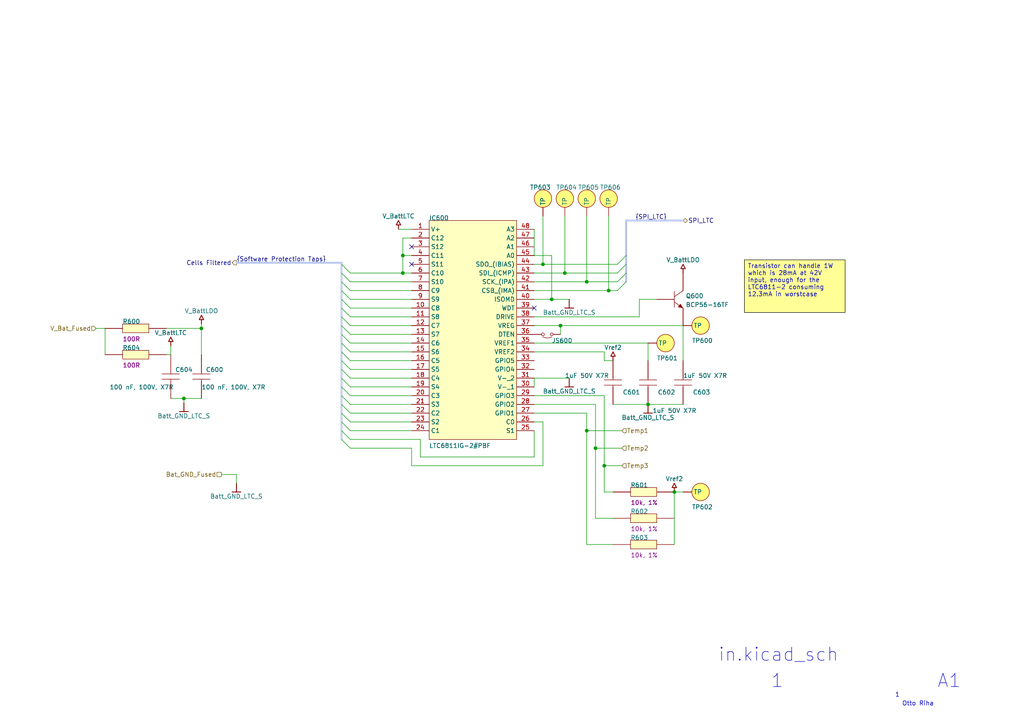
<source format=kicad_sch>
(kicad_sch (version 20250114) (generator "eeschema") (generator_version "9.0")
  (paper "A4")
  (lib_symbols
    (symbol "Battman-altium-import:Batt_GND_LTC_S_BAR" (power)
      (property "Value" "Batt_GND_LTC_S" (at 0 -3.81 0))
      (symbol "Batt_GND_LTC_S_BAR_0_0"
        (polyline (pts (xy -1.27 -2.54) (xy 1.27 -2.54)) (stroke (width 0.254)))
        (polyline (pts (xy 0 0) (xy 0 -2.54)) (stroke (width 0.254)))
        (pin power_in line (at 0 0 0) (length 0) (hide yes) (name "Batt_GND_LTC_S") (number ""))
      )
    )
    (symbol "Battman-altium-import:Software Protection_0_BCP56-16TF_SamacSys.SchLib" (pin_numbers (hide yes)) (pin_names (hide yes))
      (symbol "Software Protection_0_BCP56-16TF_SamacSys.SchLib_1_0"
        (polyline (pts (xy 5.08 2.286) (xy 5.08 -2.286)))
        (polyline (pts (xy 5.08 -0.762) (xy 7.62 -2.54)))
        (polyline (pts (xy 7.62 2.54) (xy 5.08 0.762)))
        (polyline (pts (xy 7.62 -2.54) (xy 6.858 -1.27) (xy 6.096 -2.286) (xy 7.62 -2.54)) (stroke (width -0.0001)) (fill (type outline)))
        (pin passive line (at 0 0 0) (length 5.08) (name "B") (number "1"))
        (pin power_in line (at 7.62 7.62 270) (length 5.08) (name "C") (number "2"))
        (pin passive line (at 7.62 -7.62 90) (length 5.08) (name "E") (number "3"))
      )
    )
    (symbol "Battman-altium-import:Software Protection_0_CRCW0603100RFKEA_SamacSys.SchLib" (pin_numbers (hide yes)) (pin_names (hide yes))
      (symbol "Software Protection_0_CRCW0603100RFKEA_SamacSys.SchLib_1_0"
        (rectangle (start 12.7 1.27) (end 5.08 -1.27) (stroke (width 0) (color 128 0 0 1)) (fill (type background)))
        (pin passive line (at 0 0 0) (length 5.08) (name "1") (number "1"))
        (pin passive line (at 17.78 0 180) (length 5.08) (name "2") (number "2"))
      )
    )
    (symbol "Battman-altium-import:Software Protection_0_LTC6811IG-2#PBF_*"
      (symbol "Software Protection_0_LTC6811IG-2#PBF_*_1_0"
        (rectangle (start 30.48 2.54) (end 5.08 -60.96) (stroke (width 0) (color 128 0 0 1)) (fill (type background)))
        (pin passive line (at 0 0 0) (length 5.08) (name "V+") (number "1"))
        (pin passive line (at 0 -2.54 0) (length 5.08) (name "C12") (number "2"))
        (pin passive line (at 0 -5.08 0) (length 5.08) (name "S12") (number "3"))
        (pin passive line (at 0 -7.62 0) (length 5.08) (name "C11") (number "4"))
        (pin passive line (at 0 -10.16 0) (length 5.08) (name "S11") (number "5"))
        (pin passive line (at 0 -12.7 0) (length 5.08) (name "C10") (number "6"))
        (pin passive line (at 0 -15.24 0) (length 5.08) (name "S10") (number "7"))
        (pin passive line (at 0 -17.78 0) (length 5.08) (name "C9") (number "8"))
        (pin passive line (at 0 -20.32 0) (length 5.08) (name "S9") (number "9"))
        (pin passive line (at 0 -22.86 0) (length 5.08) (name "C8") (number "10"))
        (pin passive line (at 0 -25.4 0) (length 5.08) (name "S8") (number "11"))
        (pin passive line (at 0 -27.94 0) (length 5.08) (name "C7") (number "12"))
        (pin passive line (at 0 -30.48 0) (length 5.08) (name "S7") (number "13"))
        (pin passive line (at 0 -33.02 0) (length 5.08) (name "C6") (number "14"))
        (pin passive line (at 0 -35.56 0) (length 5.08) (name "S6") (number "15"))
        (pin passive line (at 0 -38.1 0) (length 5.08) (name "C5") (number "16"))
        (pin passive line (at 0 -40.64 0) (length 5.08) (name "S5") (number "17"))
        (pin passive line (at 0 -43.18 0) (length 5.08) (name "C4") (number "18"))
        (pin passive line (at 0 -45.72 0) (length 5.08) (name "S4") (number "19"))
        (pin passive line (at 0 -48.26 0) (length 5.08) (name "C3") (number "20"))
        (pin passive line (at 0 -50.8 0) (length 5.08) (name "S3") (number "21"))
        (pin passive line (at 0 -53.34 0) (length 5.08) (name "C2") (number "22"))
        (pin passive line (at 0 -55.88 0) (length 5.08) (name "S2") (number "23"))
        (pin passive line (at 0 -58.42 0) (length 5.08) (name "C1") (number "24"))
        (pin passive line (at 35.56 0 180) (length 5.08) (name "A3") (number "48"))
        (pin passive line (at 35.56 -2.54 180) (length 5.08) (name "A2") (number "47"))
        (pin passive line (at 35.56 -5.08 180) (length 5.08) (name "A1") (number "46"))
        (pin passive line (at 35.56 -7.62 180) (length 5.08) (name "A0") (number "45"))
        (pin passive line (at 35.56 -10.16 180) (length 5.08) (name "SDO_(IBIAS)") (number "44"))
        (pin passive line (at 35.56 -12.7 180) (length 5.08) (name "SDI_(ICMP)") (number "43"))
        (pin passive line (at 35.56 -15.24 180) (length 5.08) (name "SCK_(IPA)") (number "42"))
        (pin passive line (at 35.56 -17.78 180) (length 5.08) (name "CSB_(IMA)") (number "41"))
        (pin passive line (at 35.56 -20.32 180) (length 5.08) (name "ISOMD") (number "40"))
        (pin passive line (at 35.56 -22.86 180) (length 5.08) (name "WDT") (number "39"))
        (pin passive line (at 35.56 -25.4 180) (length 5.08) (name "DRIVE") (number "38"))
        (pin passive line (at 35.56 -27.94 180) (length 5.08) (name "VREG") (number "37"))
        (pin passive line (at 35.56 -30.48 180) (length 5.08) (name "DTEN") (number "36"))
        (pin passive line (at 35.56 -33.02 180) (length 5.08) (name "VREF1") (number "35"))
        (pin passive line (at 35.56 -35.56 180) (length 5.08) (name "VREF2") (number "34"))
        (pin passive line (at 35.56 -38.1 180) (length 5.08) (name "GPIO5") (number "33"))
        (pin passive line (at 35.56 -40.64 180) (length 5.08) (name "GPIO4") (number "32"))
        (pin passive line (at 35.56 -43.18 180) (length 5.08) (name "V-_2") (number "31"))
        (pin passive line (at 35.56 -45.72 180) (length 5.08) (name "V-_1") (number "30"))
        (pin passive line (at 35.56 -48.26 180) (length 5.08) (name "GPIO3") (number "29"))
        (pin passive line (at 35.56 -50.8 180) (length 5.08) (name "GPIO2") (number "28"))
        (pin passive line (at 35.56 -53.34 180) (length 5.08) (name "GPIO1") (number "27"))
        (pin passive line (at 35.56 -55.88 180) (length 5.08) (name "C0") (number "26"))
        (pin passive line (at 35.56 -58.42 180) (length 5.08) (name "S1") (number "25"))
      )
    )
    (symbol "Battman-altium-import:Software Protection_0_SolderJumper_SamacSys.SchLib" (pin_numbers (hide yes)) (pin_names (hide yes))
      (symbol "Software Protection_0_SolderJumper_SamacSys.SchLib_1_0"
        (circle (center 2.54 0) (radius 0.411))
        (arc (start 5.0724 -0.7544) (mid 3.7782 -1.0269) (end 2.49 -0.7275))
        (circle (center 5.08 0) (radius 0.416))
        (pin passive line (at 0 0 0) (length 2.032) (name "1") (number "1"))
        (pin passive line (at 7.62 0 180) (length 2.032) (name "2") (number "2"))
      )
    )
    (symbol "Battman-altium-import:Software Protection_0_Testpoint_SamacSys.SchLib" (pin_numbers (hide yes))
      (symbol "Software Protection_0_Testpoint_SamacSys.SchLib_1_0"
        (circle (center 5.08 0) (radius 2.54) (stroke (width 0) (color 152 0 0 1)) (fill (type color) (color 255 255 0 0.5)))
        (pin passive line (at 0 0 0) (length 2.54) (name "TP") (number "1"))
      )
    )
    (symbol "Battman-altium-import:Software Protection_1_MAJCH168BB7104KTEA01_SamacSys.SchLib" (pin_numbers (hide yes)) (pin_names (hide yes))
      (symbol "Software Protection_1_MAJCH168BB7104KTEA01_SamacSys.SchLib_1_0"
        (polyline (pts (xy -2.54 7.112) (xy 2.54 7.112)))
        (polyline (pts (xy -2.54 5.588) (xy 2.54 5.588)))
        (polyline (pts (xy 0 7.112) (xy 0 7.62)))
        (polyline (pts (xy 0 5.08) (xy 0 5.588)))
        (pin passive line (at 0 12.7 270) (length 5.08) (name "2") (number "2"))
        (pin passive line (at 0 0 90) (length 5.08) (name "1") (number "1"))
      )
    )
    (symbol "Battman-altium-import:Software Protection_1_Testpoint_SamacSys.SchLib" (pin_numbers (hide yes))
      (symbol "Software Protection_1_Testpoint_SamacSys.SchLib_1_0"
        (circle (center 0 5.08) (radius 2.54) (stroke (width 0) (color 152 0 0 1)) (fill (type color) (color 255 255 0 0.5)))
        (pin passive line (at 0 0 90) (length 2.54) (name "TP") (number "1"))
      )
    )
    (symbol "Battman-altium-import:Software Protection_2_CRCW060310K0FKEI_SamacSys.SchLib" (pin_numbers (hide yes)) (pin_names (hide yes))
      (symbol "Software Protection_2_CRCW060310K0FKEI_SamacSys.SchLib_1_0"
        (rectangle (start -5.08 1.27) (end -12.7 -1.27) (stroke (width 0) (color 128 0 0 1)) (fill (type background)))
        (pin passive line (at -17.78 0 0) (length 5.08) (name "2") (number "2"))
        (pin passive line (at 0 0 180) (length 5.08) (name "1") (number "1"))
      )
    )
    (symbol "Battman-altium-import:Software Protection_3_06035C105MAT2A_SamacSys.SchLib" (pin_numbers (hide yes)) (pin_names (hide yes))
      (symbol "Software Protection_3_06035C105MAT2A_SamacSys.SchLib_1_0"
        (polyline (pts (xy 0 -5.08) (xy 0 -5.588)))
        (polyline (pts (xy 0 -7.112) (xy 0 -7.62)))
        (polyline (pts (xy 2.54 -5.588) (xy -2.54 -5.588)))
        (polyline (pts (xy 2.54 -7.112) (xy -2.54 -7.112)))
        (pin passive line (at 0 0 270) (length 5.08) (name "1") (number "1"))
        (pin passive line (at 0 -12.7 90) (length 5.08) (name "2") (number "2"))
      )
    )
    (symbol "Battman-altium-import:V_BattLDO_ARROW" (power)
      (property "Value" "V_BattLDO" (at 0 -3.81 0))
      (symbol "V_BattLDO_ARROW_0_0"
        (polyline (pts (xy -0.635 -1.27) (xy 0.635 -1.27) (xy 0 -2.54) (xy -0.635 -1.27)) (stroke (width 0.254)))
        (polyline (pts (xy 0 0) (xy 0 -1.27)) (stroke (width 0.254)))
        (pin power_in line (at 0 0 0) (length 0) (hide yes) (name "V_BattLDO") (number ""))
      )
    )
    (symbol "Battman-altium-import:V_BattLTC_ARROW" (power)
      (property "Value" "V_BattLTC" (at 0 -3.81 0))
      (symbol "V_BattLTC_ARROW_0_0"
        (polyline (pts (xy -0.635 -1.27) (xy 0.635 -1.27) (xy 0 -2.54) (xy -0.635 -1.27)) (stroke (width 0.254)))
        (polyline (pts (xy 0 0) (xy 0 -1.27)) (stroke (width 0.254)))
        (pin power_in line (at 0 0 0) (length 0) (hide yes) (name "V_BattLTC") (number ""))
      )
    )
    (symbol "Battman-altium-import:Vref2_ARROW" (power)
      (property "Value" "Vref2" (at 0 -3.81 0))
      (symbol "Vref2_ARROW_0_0"
        (polyline (pts (xy -0.635 -1.27) (xy 0.635 -1.27) (xy 0 -2.54) (xy -0.635 -1.27)) (stroke (width 0.254)))
        (polyline (pts (xy 0 0) (xy 0 -1.27)) (stroke (width 0.254)))
        (pin power_in line (at 0 0 0) (length 0) (hide yes) (name "Vref2") (number ""))
      )
    )
  )
  (bus_alias "SPI_LTC" (members "MOSI" "MISO" "SCK" "CS"))
  (bus_alias "Software Protection Taps" (members "Cell0" "Cell1" "Cell2" "Cell3" "Cell4" "Cell5" "Cell6" "Cell7" "Cell8" "Cell9" "Cell10" "S1" "S2" "S3" "S4" "S5" "S6" "S7" "S8" "S9" "S10"))
  (text "${##}" (at 259.588 202.3872 0) (effects (font (size 1.27 1.27)) (justify left bottom)))
  (text "1" (at 223.52 199.8472 0) (effects (font (size 3.81 3.81)) (justify left bottom)))
  (text "Otto Riha" (at 261.62 204.9272 0) (effects (font (size 1.27 1.27)) (justify left bottom)))
  (text "A1" (at 271.78 199.8472 0) (effects (font (size 3.81 3.81)) (justify left bottom)))
  (text "${FILENAME}" (at 208.28 192.2272 0) (effects (font (size 3.81 3.81)) (justify left bottom)))
  (text "${#}" (at 255.524 202.3872 0) (effects (font (size 1.27 1.27)) (justify left bottom)))
  (text_box "Transistor can handle 1W which is 28mA at 42V input, enough for the LTC6811-2 consuming 12.3mA in worstcase" (at 245.11 75.3872 0) (size -29.21 15.24) (margins 0.9525 0.9525 0.9525 0.9525) (stroke (width 0) (color 0 0 0 1)) (fill (type color) (color 255 255 150 1)) (effects (font (size 1.27 1.27)) (justify left top)))
  (junction (at 170.18 124.9172))
  (junction (at 163.83 79.1972))
  (junction (at 116.84 79.1972))
  (junction (at 157.48 76.6572))
  (junction (at 172.72 129.9972))
  (junction (at 187.96 117.2972))
  (junction (at 58.42 95.25))
  (junction (at 195.58 142.6972))
  (junction (at 176.53 84.2772))
  (junction (at 162.56 94.4372))
  (junction (at 170.18 81.7372))
  (junction (at 53.34 115.57))
  (junction (at 116.84 74.1172))
  (junction (at 175.26 135.0772))
  (junction (at 160.02 86.8172))
  (no_connect (at 119.38 71.5772))
  (no_connect (at 119.38 76.6572))
  (no_connect (at 154.94 89.3572))
  (bus_entry (at 101.6 114.7572) (size -2.54 -2.54))
  (bus_entry (at 101.6 89.3572) (size -2.54 -2.54))
  (bus_entry (at 101.6 96.9772) (size -2.54 -2.54))
  (bus_entry (at 101.6 124.9172) (size -2.54 -2.54))
  (bus_entry (at 101.6 107.1372) (size -2.54 -2.54))
  (bus_entry (at 101.6 84.2772) (size -2.54 -2.54))
  (bus_entry (at 101.6 112.2172) (size -2.54 -2.54))
  (bus_entry (at 101.6 104.5972) (size -2.54 -2.54))
  (bus_entry (at 179.07 81.7372) (size 2.54 -2.54))
  (bus_entry (at 101.6 129.9972) (size -2.54 -2.54))
  (bus_entry (at 101.6 81.7372) (size -2.54 -2.54))
  (bus_entry (at 101.6 86.8172) (size -2.54 -2.54))
  (bus_entry (at 101.6 117.2972) (size -2.54 -2.54))
  (bus_entry (at 101.6 122.3772) (size -2.54 -2.54))
  (bus_entry (at 179.07 84.2772) (size 2.54 -2.54))
  (bus_entry (at 101.6 119.8372) (size -2.54 -2.54))
  (bus_entry (at 101.6 109.6772) (size -2.54 -2.54))
  (bus_entry (at 179.07 79.1972) (size 2.54 -2.54))
  (bus_entry (at 101.6 94.4372) (size -2.54 -2.54))
  (bus_entry (at 101.6 99.5172) (size -2.54 -2.54))
  (bus_entry (at 179.07 76.6572) (size 2.54 -2.54))
  (bus_entry (at 101.6 79.1972) (size -2.54 -2.54))
  (bus_entry (at 101.6 127.4572) (size -2.54 -2.54))
  (bus_entry (at 101.6 102.0572) (size -2.54 -2.54))
  (bus_entry (at 101.6 91.8972) (size -2.54 -2.54))
  (bus (pts (xy 99.06 117.2972) (xy 99.06 114.7572)) (stroke (width 0.508) (color 173 188 231 1)))
  (bus (pts (xy 99.06 89.3572) (xy 99.06 86.8172)) (stroke (width 0.508) (color 173 188 231 1)))
  (bus (pts (xy 99.06 122.3772) (xy 99.06 119.8372)) (stroke (width 0.508) (color 173 188 231 1)))
  (wire (pts (xy 180.34 124.9172) (xy 170.18 124.9172)))
  (wire (pts (xy 154.94 99.5172) (xy 187.96 99.5172)))
  (wire (pts (xy 187.96 99.5172) (xy 187.96 104.5972)))
  (wire (pts (xy 116.84 79.1972) (xy 101.6 79.1972)))
  (wire (pts (xy 172.72 129.9972) (xy 172.72 150.3172)))
  (wire (pts (xy 179.07 79.1972) (xy 163.83 79.1972)))
  (wire (pts (xy 180.34 135.0772) (xy 175.26 135.0772)))
  (wire (pts (xy 170.18 124.9172) (xy 170.18 119.8372)))
  (wire (pts (xy 154.94 76.6572) (xy 157.48 76.6572)))
  (wire (pts (xy 154.94 109.6772) (xy 154.94 112.2172)))
  (wire (pts (xy 101.6 117.2972) (xy 119.38 117.2972)))
  (wire (pts (xy 119.38 119.8372) (xy 101.6 119.8372)))
  (wire (pts (xy 185.42 91.8972) (xy 185.42 86.8172)))
  (wire (pts (xy 64.193 137.6172) (xy 68.58 137.6172)))
  (wire (pts (xy 160.02 74.1172) (xy 154.94 74.1172)))
  (wire (pts (xy 154.94 122.3772) (xy 157.48 122.3772)))
  (bus (pts (xy 99.06 109.6772) (xy 99.06 107.1372)) (stroke (width 0.508) (color 173 188 231 1)))
  (bus (pts (xy 99.06 99.5172) (xy 99.06 96.9772)) (stroke (width 0.508) (color 173 188 231 1)))
  (wire (pts (xy 119.38 74.1172) (xy 116.84 74.1172)))
  (wire (pts (xy 198.12 117.2972) (xy 187.96 117.2972)))
  (wire (pts (xy 187.96 117.2972) (xy 177.8 117.2972)))
  (wire (pts (xy 116.84 74.1172) (xy 116.84 79.1972)))
  (wire (pts (xy 165.1 86.8172) (xy 160.02 86.8172)))
  (wire (pts (xy 27.86 95.25) (xy 30.48 95.25)))
  (bus (pts (xy 99.06 104.5972) (xy 99.06 102.0572)) (stroke (width 0.508) (color 173 188 231 1)))
  (wire (pts (xy 119.38 84.2772) (xy 101.6 84.2772)))
  (bus (pts (xy 99.06 76.6572) (xy 99.06 76.2)) (stroke (width 0.508) (color 173 188 231 1)))
  (bus (pts (xy 68.58 76.2) (xy 99.06 76.2)) (stroke (width 0.508) (color 173 188 231 1)))
  (wire (pts (xy 53.34 115.57) (xy 58.42 115.57)))
  (bus (pts (xy 99.06 86.8172) (xy 99.06 84.2772)) (stroke (width 0.508) (color 173 188 231 1)))
  (wire (pts (xy 177.8 157.9372) (xy 170.18 157.9372)))
  (wire (pts (xy 179.07 84.2772) (xy 176.53 84.2772)))
  (bus (pts (xy 99.06 84.2772) (xy 99.06 81.7372)) (stroke (width 0.508) (color 173 188 231 1)))
  (wire (pts (xy 162.56 94.4372) (xy 154.94 94.4372)))
  (wire (pts (xy 195.58 142.6972) (xy 198.12 142.6972)))
  (wire (pts (xy 101.6 91.8972) (xy 119.38 91.8972)))
  (wire (pts (xy 119.38 104.5972) (xy 101.6 104.5972)))
  (wire (pts (xy 175.26 104.5972) (xy 175.26 102.0572)))
  (wire (pts (xy 154.94 117.2972) (xy 172.72 117.2972)))
  (bus (pts (xy 99.06 102.0572) (xy 99.06 99.5172)) (stroke (width 0.508) (color 173 188 231 1)))
  (wire (pts (xy 175.26 142.6972) (xy 175.26 135.0772)))
  (wire (pts (xy 176.53 62.6872) (xy 176.53 84.2772)))
  (wire (pts (xy 58.42 95.25) (xy 58.42 102.87)))
  (wire (pts (xy 172.72 150.3172) (xy 177.8 150.3172)))
  (wire (pts (xy 101.6 127.4572) (xy 121.92 127.4572)))
  (wire (pts (xy 119.38 135.0772) (xy 119.38 129.9972)))
  (wire (pts (xy 115.57 66.4972) (xy 119.38 66.4972)))
  (wire (pts (xy 170.18 119.8372) (xy 154.94 119.8372)))
  (wire (pts (xy 177.8 142.6972) (xy 175.26 142.6972)))
  (wire (pts (xy 163.83 62.6872) (xy 163.83 79.1972)))
  (wire (pts (xy 49.53 102.87) (xy 48.26 102.87)))
  (wire (pts (xy 163.83 79.1972) (xy 154.94 79.1972)))
  (wire (pts (xy 119.38 69.0372) (xy 116.84 69.0372)))
  (bus (pts (xy 181.61 63.9572) (xy 181.61 74.1172)) (stroke (width 0.508) (color 173 188 231 1)))
  (wire (pts (xy 119.38 129.9972) (xy 101.6 129.9972)))
  (bus (pts (xy 181.61 76.6572) (xy 181.61 79.1972)) (stroke (width 0.508) (color 173 188 231 1)))
  (wire (pts (xy 119.38 124.9172) (xy 101.6 124.9172)))
  (wire (pts (xy 68.58 137.6172) (xy 68.58 140.1572)))
  (wire (pts (xy 49.53 100.33) (xy 49.53 102.87)))
  (wire (pts (xy 30.48 95.25) (xy 30.48 102.87)))
  (wire (pts (xy 101.6 102.0572) (xy 119.38 102.0572)))
  (bus (pts (xy 181.61 79.1972) (xy 181.61 81.7372)) (stroke (width 0.508) (color 173 188 231 1)))
  (wire (pts (xy 162.56 96.9772) (xy 162.56 94.4372)))
  (wire (pts (xy 170.18 62.6872) (xy 170.18 81.7372)))
  (wire (pts (xy 58.42 93.98) (xy 58.42 95.25)))
  (wire (pts (xy 170.18 81.7372) (xy 154.94 81.7372)))
  (wire (pts (xy 180.34 129.9972) (xy 172.72 129.9972)))
  (wire (pts (xy 154.94 91.8972) (xy 185.42 91.8972)))
  (bus (pts (xy 99.06 107.1372) (xy 99.06 104.5972)) (stroke (width 0.508) (color 173 188 231 1)))
  (wire (pts (xy 53.34 115.57) (xy 49.53 115.57)))
  (wire (pts (xy 119.38 89.3572) (xy 101.6 89.3572)))
  (wire (pts (xy 121.92 132.5372) (xy 154.94 132.5372)))
  (wire (pts (xy 176.53 84.2772) (xy 154.94 84.2772)))
  (bus (pts (xy 99.06 96.9772) (xy 99.06 94.4372)) (stroke (width 0.508) (color 173 188 231 1)))
  (wire (pts (xy 198.12 104.5972) (xy 198.12 94.4372)))
  (wire (pts (xy 160.02 86.8172) (xy 154.94 86.8172)))
  (wire (pts (xy 101.6 107.1372) (xy 119.38 107.1372)))
  (bus (pts (xy 99.06 79.1972) (xy 99.06 76.6572)) (stroke (width 0.508) (color 173 188 231 1)))
  (wire (pts (xy 185.42 86.8172) (xy 190.5 86.8172)))
  (wire (pts (xy 101.6 96.9772) (xy 119.38 96.9772)))
  (bus (pts (xy 99.06 112.2172) (xy 99.06 109.6772)) (stroke (width 0.508) (color 173 188 231 1)))
  (wire (pts (xy 165.1 109.6772) (xy 154.94 109.6772)))
  (bus (pts (xy 181.61 63.9572) (xy 198.12 63.9572)) (stroke (width 0.508) (color 173 188 231 1)))
  (wire (pts (xy 53.34 116.84) (xy 53.34 115.57)))
  (bus (pts (xy 99.06 114.7572) (xy 99.06 112.2172)) (stroke (width 0.508) (color 173 188 231 1)))
  (bus (pts (xy 99.06 91.8972) (xy 99.06 89.3572)) (stroke (width 0.508) (color 173 188 231 1)))
  (wire (pts (xy 172.72 117.2972) (xy 172.72 129.9972)))
  (wire (pts (xy 119.38 79.1972) (xy 116.84 79.1972)))
  (wire (pts (xy 160.02 86.8172) (xy 160.02 74.1172)))
  (wire (pts (xy 179.07 81.7372) (xy 170.18 81.7372)))
  (wire (pts (xy 101.6 81.7372) (xy 119.38 81.7372)))
  (bus (pts (xy 99.06 119.8372) (xy 99.06 117.2972)) (stroke (width 0.508) (color 173 188 231 1)))
  (wire (pts (xy 198.12 94.4372) (xy 162.56 94.4372)))
  (wire (pts (xy 157.48 76.6572) (xy 179.07 76.6572)))
  (bus (pts (xy 181.61 76.6572) (xy 181.61 74.1172)) (stroke (width 0.508) (color 173 188 231 1)))
  (wire (pts (xy 58.42 95.25) (xy 48.26 95.25)))
  (bus (pts (xy 99.06 124.9172) (xy 99.06 122.3772)) (stroke (width 0.508) (color 173 188 231 1)))
  (wire (pts (xy 195.58 142.6972) (xy 195.58 157.9372)))
  (wire (pts (xy 119.38 114.7572) (xy 101.6 114.7572)))
  (wire (pts (xy 175.26 135.0772) (xy 175.26 114.7572)))
  (wire (pts (xy 154.94 132.5372) (xy 154.94 124.9172)))
  (wire (pts (xy 157.48 62.6872) (xy 157.48 76.6572)))
  (wire (pts (xy 119.38 94.4372) (xy 101.6 94.4372)))
  (wire (pts (xy 119.38 99.5172) (xy 101.6 99.5172)))
  (wire (pts (xy 175.26 102.0572) (xy 154.94 102.0572)))
  (wire (pts (xy 116.84 69.0372) (xy 116.84 74.1172)))
  (wire (pts (xy 177.8 104.5972) (xy 175.26 104.5972)))
  (wire (pts (xy 119.38 112.2172) (xy 101.6 112.2172)))
  (wire (pts (xy 154.94 66.4972) (xy 154.94 74.1172)))
  (wire (pts (xy 101.6 109.6772) (xy 119.38 109.6772)))
  (bus (pts (xy 99.06 81.7372) (xy 99.06 79.1972)) (stroke (width 0.508) (color 173 188 231 1)))
  (wire (pts (xy 170.18 157.9372) (xy 170.18 124.9172)))
  (bus (pts (xy 99.06 127.4572) (xy 99.06 124.9172)) (stroke (width 0.508) (color 173 188 231 1)))
  (wire (pts (xy 157.48 135.0772) (xy 119.38 135.0772)))
  (bus (pts (xy 99.06 94.4372) (xy 99.06 91.8972)) (stroke (width 0.508) (color 173 188 231 1)))
  (wire (pts (xy 121.92 127.4572) (xy 121.92 132.5372)))
  (wire (pts (xy 101.6 122.3772) (xy 119.38 122.3772)))
  (wire (pts (xy 101.6 86.8172) (xy 119.38 86.8172)))
  (wire (pts (xy 175.26 114.7572) (xy 154.94 114.7572)))
  (wire (pts (xy 157.48 122.3772) (xy 157.48 135.0772)))
  (label "{SPI_LTC}" (at 193.4479 63.9572 180))
  (label "{Software Protection Taps}" (at 68.58 76.2 0))
  (hierarchical_label "V_Bat_Fused" (shape input) (at 27.86 95.25 180))
  (hierarchical_label "Temp1" (shape input) (at 180.34 124.9172 0))
  (hierarchical_label "SPI_LTC" (shape bidirectional) (at 198.12 63.9572 0))
  (hierarchical_label "Temp3" (shape input) (at 180.34 135.0772 0))
  (hierarchical_label "Temp2" (shape input) (at 180.34 129.9972 0))
  (hierarchical_label "Bat_GND_Fused" (shape passive) (at 64.193 137.6172 180))
  (hierarchical_label "Cells Filtered" (shape output) (at 68.58 76.2 180))
  (symbol (lib_id "Battman-altium-import:Batt_GND_LTC_S_BAR") (at 53.34 116.84 0) (unit 1)
    (property "Reference" "#PWR?" (effects (hide yes)))
    (property "Value" "Batt_GND_LTC_S" (at 53.34 120.65 0))
  )
  (symbol (lib_id "Battman-altium-import:Software Protection_3_06035C105MAT2A_SamacSys.SchLib") (at 177.8 104.5972 0) (unit 0)
    (property "Reference" "C601" (at 180.594 114.5032 0) (effects (justify left bottom)))
    (property "Value" "1uF 50V X7R" (at 163.83 109.6772 0) (effects (justify left bottom)))
    (property "Footprint" "C__Users_otto_Documents_AltiumLL_SamacSys.PcbLib:CAPC1608X90N" (effects (hide yes)))
    (property "Description" "Capacitor 1uF 50V X7R" (effects (hide yes)))
    (property "DATASHEET LINK" "https://componentsearchengine.com/Datasheets/1/06031A100FAT2A.pdf" (effects (hide yes)))
    (property "HEIGHT" "0.9mm" (effects (hide yes)))
    (property "MANUFACTURER_NAME" "Kyocera AVX" (effects (hide yes)))
    (property "MANUFACTURER_PART_NUMBER" "06035C105MAT2A" (effects (hide yes)))
    (property "MOUSER PART NUMBER" "581-06035C105MAT2A" (effects (hide yes)))
    (property "MOUSER PRICE/STOCK" "https://www.mouser.co.uk/ProductDetail/KYOCERA-AVX/06035C105MAT2A?qs=%252BdQmOuGyFcHMsevPtc6OZQ%3D%3D" (effects (hide yes)))
    (property "ALTIUM_VALUE" "1uF" (effects (hide yes)))
  )
  (symbol (lib_id "Battman-altium-import:Software Protection_1_Testpoint_SamacSys.SchLib") (at 176.53 62.6872 0) (unit 0)
    (property "Reference" "TP606" (at 173.99 55.0672 0) (effects (justify left bottom)))
    (property "Value" "Testpoint" (effects (hide yes)))
    (property "Footprint" "Testpoint" (effects (hide yes)))
  )
  (symbol (lib_id "Battman-altium-import:Vref2_ARROW") (at 177.8 104.5972 180) (unit 1)
    (property "Reference" "#PWR?" (effects (hide yes)))
    (property "Value" "Vref2" (at 177.8 100.7872 0))
  )
  (symbol (lib_id "Battman-altium-import:Software Protection_0_Testpoint_SamacSys.SchLib") (at 187.96 99.5172 0) (unit 0)
    (property "Reference" "TP601" (at 190.5 104.5972 0) (effects (justify left bottom)))
    (property "Value" "Testpoint" (effects (hide yes)))
    (property "Footprint" "Testpoint" (effects (hide yes)))
  )
  (symbol (lib_id "Battman-altium-import:Software Protection_3_06035C105MAT2A_SamacSys.SchLib") (at 187.96 104.5972 0) (unit 0)
    (property "Reference" "C602" (at 190.754 114.5032 0) (effects (justify left bottom)))
    (property "Value" "1uF 50V X7R" (at 189.23 119.8372 0) (effects (justify left bottom)))
    (property "Footprint" "C__Users_otto_Documents_AltiumLL_SamacSys.PcbLib:CAPC1608X90N" (effects (hide yes)))
    (property "Description" "Capacitor 1uF 50V X7R" (effects (hide yes)))
    (property "DATASHEET LINK" "https://componentsearchengine.com/Datasheets/1/06031A100FAT2A.pdf" (effects (hide yes)))
    (property "HEIGHT" "0.9mm" (effects (hide yes)))
    (property "MANUFACTURER_NAME" "Kyocera AVX" (effects (hide yes)))
    (property "MANUFACTURER_PART_NUMBER" "06035C105MAT2A" (effects (hide yes)))
    (property "MOUSER PART NUMBER" "581-06035C105MAT2A" (effects (hide yes)))
    (property "MOUSER PRICE/STOCK" "https://www.mouser.co.uk/ProductDetail/KYOCERA-AVX/06035C105MAT2A?qs=%252BdQmOuGyFcHMsevPtc6OZQ%3D%3D" (effects (hide yes)))
    (property "ALTIUM_VALUE" "1uF" (effects (hide yes)))
  )
  (symbol (lib_id "Battman-altium-import:Software Protection_0_CRCW0603100RFKEA_SamacSys.SchLib") (at 30.48 102.87 0) (unit 0)
    (property "Reference" "R604" (at 35.56 101.6 0) (effects (justify left bottom)))
    (property "Value" "CRCW0603100RFKEA" (effects (hide yes)))
    (property "Footprint" "C__Users_otto_Documents_AltiumLL_SamacSys.PcbLib:RESC1608X50N" (effects (hide yes)))
    (property "Description" "Resistor 100R, 1%" (effects (hide yes)))
    (property "DATASHEET LINK" "http://www.vishay.com/docs/20035/dcrcwe3.pdf" (effects (hide yes)))
    (property "HEIGHT" "0.5mm" (effects (hide yes)))
    (property "MANUFACTURER_NAME" "Vishay" (effects (hide yes)))
    (property "MANUFACTURER_PART_NUMBER" "CRCW0603100RFKEA" (effects (hide yes)))
    (property "MOUSER PART NUMBER" "71-CRCW0603-100-E3" (effects (hide yes)))
    (property "MOUSER PRICE/STOCK" "https://www.mouser.co.uk/ProductDetail/Vishay-Dale/CRCW0603100RFKEA?qs=90AHS1y%2FsidGWjjxZAupKg%3D%3D" (effects (hide yes)))
    (property "ARROW PART NUMBER" "CRCW0603100RFKEA" (effects (hide yes)))
    (property "ARROW PRICE/STOCK" "https://www.arrow.com/en/products/crcw0603100rfkea/vishay?utm_currency=USD&region=europe" (effects (hide yes)))
    (property "ALTIUM_VALUE" "100R" (at 35.56 106.68 0) (effects (justify left bottom)))
    (property "SUPPLIER 1" "Mouser" (effects (hide yes)))
    (property "SUPPLIER PART NUMBER 1" "71-CRCW0603-100-E3" (effects (hide yes)))
  )
  (symbol (lib_id "Battman-altium-import:Software Protection_0_CRCW0603100RFKEA_SamacSys.SchLib") (at 30.48 95.25 0) (unit 0)
    (property "Reference" "R600" (at 35.56 93.98 0) (effects (justify left bottom)))
    (property "Value" "CRCW0603100RFKEA" (effects (hide yes)))
    (property "Footprint" "C__Users_otto_Documents_AltiumLL_SamacSys.PcbLib:RESC1608X50N" (effects (hide yes)))
    (property "Description" "Resistor 100R, 1%" (effects (hide yes)))
    (property "DATASHEET LINK" "http://www.vishay.com/docs/20035/dcrcwe3.pdf" (effects (hide yes)))
    (property "HEIGHT" "0.5mm" (effects (hide yes)))
    (property "MANUFACTURER_NAME" "Vishay" (effects (hide yes)))
    (property "MANUFACTURER_PART_NUMBER" "CRCW0603100RFKEA" (effects (hide yes)))
    (property "MOUSER PART NUMBER" "71-CRCW0603-100-E3" (effects (hide yes)))
    (property "MOUSER PRICE/STOCK" "https://www.mouser.co.uk/ProductDetail/Vishay-Dale/CRCW0603100RFKEA?qs=90AHS1y%2FsidGWjjxZAupKg%3D%3D" (effects (hide yes)))
    (property "ARROW PART NUMBER" "CRCW0603100RFKEA" (effects (hide yes)))
    (property "ARROW PRICE/STOCK" "https://www.arrow.com/en/products/crcw0603100rfkea/vishay?utm_currency=USD&region=europe" (effects (hide yes)))
    (property "ALTIUM_VALUE" "100R" (at 35.56 99.06 0) (effects (justify left bottom)))
    (property "SUPPLIER 1" "Mouser" (effects (hide yes)))
    (property "SUPPLIER PART NUMBER 1" "71-CRCW0603-100-E3" (effects (hide yes)))
  )
  (symbol (lib_id "Battman-altium-import:Software Protection_1_Testpoint_SamacSys.SchLib") (at 157.48 62.6872 0) (unit 0)
    (property "Reference" "TP603" (at 153.67 55.0672 0) (effects (justify left bottom)))
    (property "Value" "Testpoint" (effects (hide yes)))
    (property "Footprint" "Testpoint" (effects (hide yes)))
  )
  (symbol (lib_id "Battman-altium-import:Software Protection_2_CRCW060310K0FKEI_SamacSys.SchLib") (at 195.58 150.3172 0) (unit 0)
    (property "Reference" "R602" (at 182.88 149.0472 0) (effects (justify left bottom)))
    (property "Value" "CRCW060310K0FKEI" (effects (hide yes)))
    (property "Footprint" "C__Users_otto_Documents_AltiumLL_SamacSys.PcbLib:RESC1608X50N" (effects (hide yes)))
    (property "Description" "Resistor 10k, 1%" (effects (hide yes)))
    (property "DATASHEET LINK" "http://www.vishay.com/docs/20035/dcrcwe3.pdf" (effects (hide yes)))
    (property "HEIGHT" "0.5mm" (effects (hide yes)))
    (property "MANUFACTURER_NAME" "Vishay" (effects (hide yes)))
    (property "MANUFACTURER_PART_NUMBER" "CRCW060310K0FKEI" (effects (hide yes)))
    (property "MOUSER PART NUMBER" "71-CRCW060310K0FKEI" (effects (hide yes)))
    (property "MOUSER PRICE/STOCK" "https://www.mouser.co.uk/ProductDetail/Vishay-Dale/CRCW060310K0FKEI?qs=3qWEzBg5KnKofE%252B8acPBRA%3D%3D" (effects (hide yes)))
    (property "ARROW PART NUMBER" "CRCW060310K0FKEI" (effects (hide yes)))
    (property "ARROW PRICE/STOCK" "https://www.arrow.com/en/products/crcw060310k0fkei/vishay?utm_currency=USD&region=nac" (effects (hide yes)))
    (property "ALTIUM_VALUE" "10k, 1%" (at 182.88 154.1272 0) (effects (justify left bottom)))
    (property "SUPPLIER 1" "Mouser" (effects (hide yes)))
    (property "SUPPLIER PART NUMBER 1" "71-CRCW060310K0FKEI" (effects (hide yes)))
  )
  (symbol (lib_id "Battman-altium-import:Software Protection_2_CRCW060310K0FKEI_SamacSys.SchLib") (at 195.58 157.9372 0) (unit 0)
    (property "Reference" "R603" (at 182.88 156.6672 0) (effects (justify left bottom)))
    (property "Value" "CRCW060310K0FKEI" (effects (hide yes)))
    (property "Footprint" "C__Users_otto_Documents_AltiumLL_SamacSys.PcbLib:RESC1608X50N" (effects (hide yes)))
    (property "Description" "Resistor 10k, 1%" (effects (hide yes)))
    (property "DATASHEET LINK" "http://www.vishay.com/docs/20035/dcrcwe3.pdf" (effects (hide yes)))
    (property "HEIGHT" "0.5mm" (effects (hide yes)))
    (property "MANUFACTURER_NAME" "Vishay" (effects (hide yes)))
    (property "MANUFACTURER_PART_NUMBER" "CRCW060310K0FKEI" (effects (hide yes)))
    (property "MOUSER PART NUMBER" "71-CRCW060310K0FKEI" (effects (hide yes)))
    (property "MOUSER PRICE/STOCK" "https://www.mouser.co.uk/ProductDetail/Vishay-Dale/CRCW060310K0FKEI?qs=3qWEzBg5KnKofE%252B8acPBRA%3D%3D" (effects (hide yes)))
    (property "ARROW PART NUMBER" "CRCW060310K0FKEI" (effects (hide yes)))
    (property "ARROW PRICE/STOCK" "https://www.arrow.com/en/products/crcw060310k0fkei/vishay?utm_currency=USD&region=nac" (effects (hide yes)))
    (property "ALTIUM_VALUE" "10k, 1%" (at 182.88 161.7472 0) (effects (justify left bottom)))
    (property "SUPPLIER 1" "Mouser" (effects (hide yes)))
    (property "SUPPLIER PART NUMBER 1" "71-CRCW060310K0FKEI" (effects (hide yes)))
  )
  (symbol (lib_id "Battman-altium-import:Software Protection_0_Testpoint_SamacSys.SchLib") (at 198.12 142.6972 0) (unit 0)
    (property "Reference" "TP602" (at 200.66 147.7772 0) (effects (justify left bottom)))
    (property "Value" "Testpoint" (effects (hide yes)))
    (property "Footprint" "Testpoint" (effects (hide yes)))
  )
  (symbol (lib_id "Battman-altium-import:Batt_GND_LTC_S_BAR") (at 165.1 86.8172 0) (unit 1)
    (property "Reference" "#PWR?" (effects (hide yes)))
    (property "Value" "Batt_GND_LTC_S" (at 165.1 90.6272 0))
  )
  (symbol (lib_id "Battman-altium-import:Software Protection_1_Testpoint_SamacSys.SchLib") (at 163.83 62.6872 0) (unit 0)
    (property "Reference" "TP604" (at 161.29 55.0672 0) (effects (justify left bottom)))
    (property "Value" "Testpoint" (effects (hide yes)))
    (property "Footprint" "Testpoint" (effects (hide yes)))
  )
  (symbol (lib_id "Battman-altium-import:Batt_GND_LTC_S_BAR") (at 68.58 140.1572 0) (unit 1)
    (property "Reference" "#PWR?" (effects (hide yes)))
    (property "Value" "Batt_GND_LTC_S" (at 68.58 143.9672 0))
  )
  (symbol (lib_id "Battman-altium-import:Software Protection_0_BCP56-16TF_SamacSys.SchLib") (at 190.5 86.8172 0) (unit 0)
    (property "Reference" "Q600" (at 198.882 86.5632 0) (effects (justify left bottom)))
    (property "Value" "BCP56-16TF" (at 198.882 89.1032 0) (effects (justify left bottom)))
    (property "Footprint" "C__Users_otto_Documents_AltiumLL_SamacSys.PcbLib:SOT230P700X180-4N" (effects (hide yes)))
    (property "Description" "Transistor BJT NPN" (effects (hide yes)))
    (property "DATASHEET LINK" "https://assets.nexperia.com/documents/data-sheet/BCP56T_SER.pdf" (effects (hide yes)))
    (property "HEIGHT" "1.8mm" (effects (hide yes)))
    (property "MANUFACTURER_NAME" "Nexperia" (effects (hide yes)))
    (property "MANUFACTURER_PART_NUMBER" "BCP56-16TF" (effects (hide yes)))
    (property "MOUSER PART NUMBER" "771-BCP56-16TF" (effects (hide yes)))
    (property "MOUSER PRICE/STOCK" "https://www.mouser.co.uk/ProductDetail/Nexperia/BCP56-16TF?qs=uj7TeyS2Sj96ubfysKmpcg%3D%3D" (effects (hide yes)))
    (property "ARROW PART NUMBER" "BCP56-16TF" (effects (hide yes)))
    (property "ARROW PRICE/STOCK" "https://www.arrow.com/en/products/bcp56-16tf/nexperia?region=nac" (effects (hide yes)))
  )
  (symbol (lib_id "Battman-altium-import:V_BattLDO_ARROW") (at 58.42 93.98 180) (unit 1)
    (property "Reference" "#PWR?" (effects (hide yes)))
    (property "Value" "V_BattLDO" (at 58.42 90.17 0))
  )
  (symbol (lib_id "Battman-altium-import:Software Protection_0_SolderJumper_SamacSys.SchLib") (at 154.94 96.9772 0) (unit 0)
    (property "Reference" "JS600" (at 160.02 99.5172 0) (effects (justify left bottom)))
    (property "Value" "SolderJumper" (effects (hide yes)))
    (property "Footprint" "SolderJumper" (effects (hide yes)))
  )
  (symbol (lib_id "Battman-altium-import:Software Protection_0_LTC6811IG-2#PBF_*") (at 119.38 66.4972 0) (unit 0)
    (property "Reference" "IC600" (at 124.46 63.9572 0) (effects (justify left bottom)))
    (property "Value" "LTC6811IG-2#PBF" (at 124.46 129.9972 0) (effects (justify left bottom)))
    (property "Footprint" "C__Users_otto_Documents_AltiumLL_SamacSys.PcbLib:SOP50P780X200-48N" (effects (hide yes)))
    (property "Description" "Integrated Circuit" (effects (hide yes)))
    (property "DATASHEET LINK" "https://datasheet.datasheetarchive.com/originals/distributors/DKDS42/DSANUWW0041878.pdf" (effects (hide yes)))
    (property "HEIGHT" "2mm" (effects (hide yes)))
    (property "MANUFACTURER_NAME" "Analog Devices" (effects (hide yes)))
    (property "MANUFACTURER_PART_NUMBER" "LTC6811IG-2#PBF" (effects (hide yes)))
    (property "MOUSER PART NUMBER" "584-LTC6811IG-2#PBF" (effects (hide yes)))
    (property "MOUSER PRICE/STOCK" "https://www.mouser.co.uk/ProductDetail/Analog-Devices/LTC6811IG-2PBF?qs=oahfZPh6IAI0fFYgAupCpg%3D%3D" (effects (hide yes)))
    (property "ARROW PART NUMBER" "LTC6811IG-2#PBF" (effects (hide yes)))
    (property "ARROW PRICE/STOCK" "https://www.arrow.com/en/products/ltc6811ig-2pbf/analog-devices?region=nac" (effects (hide yes)))
  )
  (symbol (lib_id "Battman-altium-import:Software Protection_1_MAJCH168BB7104KTEA01_SamacSys.SchLib") (at 49.53 115.57 0) (unit 0)
    (property "Reference" "C604" (at 50.8 107.95 0) (effects (justify left bottom)))
    (property "Value" "100 nF, 100V, X7R" (at 31.75 113.03 0) (effects (justify left bottom)))
    (property "Footprint" "C__Users_otto_Documents_AltiumLL_SamacSys.PcbLib:MAJx16" (effects (hide yes)))
    (property "Description" "Capacitor 100nF, 100V, X7R" (effects (hide yes)))
    (property "DATASHEET LINK" "https://ds.yuden.co.jp/TYCOMPAS/or/detail?pn=MAJCH168BB7104KTEA01" (effects (hide yes)))
    (property "HEIGHT" "0.8mm" (effects (hide yes)))
    (property "MANUFACTURER_NAME" "TAIYO YUDEN" (effects (hide yes)))
    (property "MANUFACTURER_PART_NUMBER" "MAJCH168BB7104KTEA01" (effects (hide yes)))
    (property "MOUSER PART NUMBER" "963-MAJCH168BB7104KT" (effects (hide yes)))
    (property "MOUSER PRICE/STOCK" "https://www.mouser.co.uk/ProductDetail/TAIYO-YUDEN/MAJCH168BB7104KTEA01?qs=ZcfC38r4PovaTBrG0IdezQ%3D%3D" (effects (hide yes)))
    (property "ARROW PART NUMBER" "MAJCH168BB7104KTEA01" (effects (hide yes)))
    (property "ARROW PRICE/STOCK" "https://www.arrow.com/en/products/majch168bb7104ktea01/taiyo-yuden?utm_currency=USD&region=nac" (effects (hide yes)))
    (property "SUPPLIER 1" "Mouser" (effects (hide yes)))
    (property "SUPPLIER PART NUMBER 1" "963-MAJCH168BB7104KT" (effects (hide yes)))
  )
  (symbol (lib_id "Battman-altium-import:Software Protection_3_06035C105MAT2A_SamacSys.SchLib") (at 198.12 104.5972 0) (unit 0)
    (property "Reference" "C603" (at 200.914 114.5032 0) (effects (justify left bottom)))
    (property "Value" "1uF 50V X7R" (at 198.12 109.6772 0) (effects (justify left bottom)))
    (property "Footprint" "C__Users_otto_Documents_AltiumLL_SamacSys.PcbLib:CAPC1608X90N" (effects (hide yes)))
    (property "Description" "Capacitor 1uF 50V X7R" (effects (hide yes)))
    (property "DATASHEET LINK" "https://componentsearchengine.com/Datasheets/1/06031A100FAT2A.pdf" (effects (hide yes)))
    (property "HEIGHT" "0.9mm" (effects (hide yes)))
    (property "MANUFACTURER_NAME" "Kyocera AVX" (effects (hide yes)))
    (property "MANUFACTURER_PART_NUMBER" "06035C105MAT2A" (effects (hide yes)))
    (property "MOUSER PART NUMBER" "581-06035C105MAT2A" (effects (hide yes)))
    (property "MOUSER PRICE/STOCK" "https://www.mouser.co.uk/ProductDetail/KYOCERA-AVX/06035C105MAT2A?qs=%252BdQmOuGyFcHMsevPtc6OZQ%3D%3D" (effects (hide yes)))
    (property "ALTIUM_VALUE" "1uF" (effects (hide yes)))
  )
  (symbol (lib_id "Battman-altium-import:Batt_GND_LTC_S_BAR") (at 187.96 117.2972 0) (unit 1)
    (property "Reference" "#PWR?" (effects (hide yes)))
    (property "Value" "Batt_GND_LTC_S" (at 187.96 121.1072 0))
  )
  (symbol (lib_id "Battman-altium-import:Vref2_ARROW") (at 195.58 142.6972 180) (unit 1)
    (property "Reference" "#PWR?" (effects (hide yes)))
    (property "Value" "Vref2" (at 195.58 138.8872 0))
  )
  (symbol (lib_id "Battman-altium-import:Software Protection_0_Testpoint_SamacSys.SchLib") (at 198.12 94.4372 0) (unit 0)
    (property "Reference" "TP600" (at 200.66 99.5172 0) (effects (justify left bottom)))
    (property "Value" "Testpoint" (effects (hide yes)))
    (property "Footprint" "Testpoint" (effects (hide yes)))
  )
  (symbol (lib_id "Battman-altium-import:Software Protection_2_CRCW060310K0FKEI_SamacSys.SchLib") (at 195.58 142.6972 0) (unit 0)
    (property "Reference" "R601" (at 182.88 141.4272 0) (effects (justify left bottom)))
    (property "Value" "CRCW060310K0FKEI" (effects (hide yes)))
    (property "Footprint" "C__Users_otto_Documents_AltiumLL_SamacSys.PcbLib:RESC1608X50N" (effects (hide yes)))
    (property "Description" "Resistor 10k, 1%" (effects (hide yes)))
    (property "DATASHEET LINK" "http://www.vishay.com/docs/20035/dcrcwe3.pdf" (effects (hide yes)))
    (property "HEIGHT" "0.5mm" (effects (hide yes)))
    (property "MANUFACTURER_NAME" "Vishay" (effects (hide yes)))
    (property "MANUFACTURER_PART_NUMBER" "CRCW060310K0FKEI" (effects (hide yes)))
    (property "MOUSER PART NUMBER" "71-CRCW060310K0FKEI" (effects (hide yes)))
    (property "MOUSER PRICE/STOCK" "https://www.mouser.co.uk/ProductDetail/Vishay-Dale/CRCW060310K0FKEI?qs=3qWEzBg5KnKofE%252B8acPBRA%3D%3D" (effects (hide yes)))
    (property "ARROW PART NUMBER" "CRCW060310K0FKEI" (effects (hide yes)))
    (property "ARROW PRICE/STOCK" "https://www.arrow.com/en/products/crcw060310k0fkei/vishay?utm_currency=USD&region=nac" (effects (hide yes)))
    (property "ALTIUM_VALUE" "10k, 1%" (at 182.88 146.5072 0) (effects (justify left bottom)))
    (property "SUPPLIER 1" "Mouser" (effects (hide yes)))
    (property "SUPPLIER PART NUMBER 1" "71-CRCW060310K0FKEI" (effects (hide yes)))
  )
  (symbol (lib_id "Battman-altium-import:Batt_GND_LTC_S_BAR") (at 165.1 109.6772 0) (unit 1)
    (property "Reference" "#PWR?" (effects (hide yes)))
    (property "Value" "Batt_GND_LTC_S" (at 165.1 113.4872 0))
  )
  (symbol (lib_id "Battman-altium-import:V_BattLDO_ARROW") (at 198.12 79.1972 180) (unit 1)
    (property "Reference" "#PWR?" (effects (hide yes)))
    (property "Value" "V_BattLDO" (at 198.12 75.3872 0))
  )
  (symbol (lib_id "Battman-altium-import:Software Protection_1_MAJCH168BB7104KTEA01_SamacSys.SchLib") (at 58.42 115.57 0) (unit 0)
    (property "Reference" "C600" (at 59.69 107.95 0) (effects (justify left bottom)))
    (property "Value" "100 nF, 100V, X7R" (at 58.42 113.03 0) (effects (justify left bottom)))
    (property "Footprint" "C__Users_otto_Documents_AltiumLL_SamacSys.PcbLib:MAJx16" (effects (hide yes)))
    (property "Description" "Capacitor 100nF, 100V, X7R" (effects (hide yes)))
    (property "DATASHEET LINK" "https://ds.yuden.co.jp/TYCOMPAS/or/detail?pn=MAJCH168BB7104KTEA01" (effects (hide yes)))
    (property "HEIGHT" "0.8mm" (effects (hide yes)))
    (property "MANUFACTURER_NAME" "TAIYO YUDEN" (effects (hide yes)))
    (property "MANUFACTURER_PART_NUMBER" "MAJCH168BB7104KTEA01" (effects (hide yes)))
    (property "MOUSER PART NUMBER" "963-MAJCH168BB7104KT" (effects (hide yes)))
    (property "MOUSER PRICE/STOCK" "https://www.mouser.co.uk/ProductDetail/TAIYO-YUDEN/MAJCH168BB7104KTEA01?qs=ZcfC38r4PovaTBrG0IdezQ%3D%3D" (effects (hide yes)))
    (property "ARROW PART NUMBER" "MAJCH168BB7104KTEA01" (effects (hide yes)))
    (property "ARROW PRICE/STOCK" "https://www.arrow.com/en/products/majch168bb7104ktea01/taiyo-yuden?utm_currency=USD&region=nac" (effects (hide yes)))
    (property "SUPPLIER 1" "Mouser" (effects (hide yes)))
    (property "SUPPLIER PART NUMBER 1" "963-MAJCH168BB7104KT" (effects (hide yes)))
  )
  (symbol (lib_id "Battman-altium-import:V_BattLTC_ARROW") (at 49.53 100.33 180) (unit 1)
    (property "Reference" "#PWR?" (effects (hide yes)))
    (property "Value" "V_BattLTC" (at 49.53 96.52 0))
  )
  (symbol (lib_id "Battman-altium-import:Software Protection_1_Testpoint_SamacSys.SchLib") (at 170.18 62.6872 0) (unit 0)
    (property "Reference" "TP605" (at 167.64 55.0672 0) (effects (justify left bottom)))
    (property "Value" "Testpoint" (effects (hide yes)))
    (property "Footprint" "Testpoint" (effects (hide yes)))
  )
  (symbol (lib_id "Battman-altium-import:V_BattLTC_ARROW") (at 115.57 66.4972 180) (unit 1)
    (property "Reference" "#PWR?" (effects (hide yes)))
    (property "Value" "V_BattLTC" (at 115.57 62.6872 0))
  )
)
</source>
